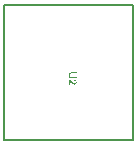
<source format=gbr>
G04*
G04 #@! TF.GenerationSoftware,Altium Limited,Altium Designer,25.8.1 (18)*
G04*
G04 Layer_Color=16711935*
%FSLAX25Y25*%
%MOIN*%
G70*
G04*
G04 #@! TF.SameCoordinates,505960B2-D5C5-487F-9968-D24D6DC54575*
G04*
G04*
G04 #@! TF.FilePolarity,Positive*
G04*
G01*
G75*
%ADD14C,0.00787*%
G36*
X30640Y99459D02*
X29184D01*
X29181D01*
X29169D01*
X29152D01*
X29130D01*
X29103Y99457D01*
X29073D01*
X29039Y99454D01*
X29002Y99452D01*
X28921Y99444D01*
X28842Y99435D01*
X28802Y99427D01*
X28766Y99420D01*
X28731Y99410D01*
X28699Y99400D01*
X28697D01*
X28692Y99398D01*
X28684Y99393D01*
X28675Y99388D01*
X28645Y99373D01*
X28611Y99351D01*
X28574Y99321D01*
X28534Y99287D01*
X28495Y99243D01*
X28461Y99191D01*
Y99189D01*
X28458Y99184D01*
X28453Y99176D01*
X28448Y99164D01*
X28441Y99149D01*
X28433Y99132D01*
X28426Y99112D01*
X28419Y99090D01*
X28411Y99063D01*
X28404Y99036D01*
X28389Y98975D01*
X28379Y98903D01*
X28377Y98827D01*
Y98792D01*
X28379Y98768D01*
X28382Y98736D01*
X28387Y98702D01*
X28392Y98665D01*
X28397Y98623D01*
X28416Y98537D01*
X28431Y98495D01*
X28446Y98451D01*
X28466Y98409D01*
X28488Y98369D01*
X28512Y98335D01*
X28542Y98303D01*
X28544Y98300D01*
X28549Y98296D01*
X28561Y98288D01*
X28576Y98278D01*
X28596Y98266D01*
X28620Y98254D01*
X28650Y98239D01*
X28684Y98224D01*
X28726Y98210D01*
X28773Y98195D01*
X28825Y98182D01*
X28884Y98170D01*
X28948Y98160D01*
X29019Y98153D01*
X29098Y98148D01*
X29184Y98146D01*
X30640D01*
Y97811D01*
X29184D01*
X29179D01*
X29167D01*
X29147D01*
X29120Y97813D01*
X29088D01*
X29051Y97816D01*
X29009Y97818D01*
X28965Y97821D01*
X28918Y97826D01*
X28869Y97833D01*
X28768Y97848D01*
X28670Y97868D01*
X28623Y97882D01*
X28579Y97897D01*
X28576D01*
X28569Y97902D01*
X28556Y97907D01*
X28542Y97914D01*
X28522Y97924D01*
X28500Y97936D01*
X28475Y97951D01*
X28448Y97968D01*
X28421Y97988D01*
X28392Y98010D01*
X28362Y98037D01*
X28330Y98064D01*
X28301Y98096D01*
X28271Y98131D01*
X28242Y98168D01*
X28215Y98210D01*
X28212Y98212D01*
X28210Y98219D01*
X28202Y98232D01*
X28192Y98249D01*
X28183Y98273D01*
X28170Y98300D01*
X28158Y98330D01*
X28146Y98367D01*
X28133Y98406D01*
X28121Y98451D01*
X28109Y98500D01*
X28099Y98551D01*
X28089Y98608D01*
X28082Y98667D01*
X28079Y98731D01*
X28077Y98797D01*
Y98832D01*
X28079Y98857D01*
X28082Y98886D01*
X28084Y98920D01*
X28087Y98960D01*
X28092Y99002D01*
X28099Y99048D01*
X28106Y99095D01*
X28128Y99191D01*
X28141Y99240D01*
X28158Y99287D01*
X28175Y99334D01*
X28197Y99378D01*
X28200Y99380D01*
X28202Y99388D01*
X28210Y99400D01*
X28220Y99415D01*
X28232Y99432D01*
X28249Y99454D01*
X28266Y99476D01*
X28288Y99501D01*
X28310Y99528D01*
X28338Y99555D01*
X28367Y99582D01*
X28399Y99607D01*
X28433Y99631D01*
X28470Y99656D01*
X28510Y99678D01*
X28552Y99698D01*
X28554D01*
X28561Y99703D01*
X28576Y99708D01*
X28593Y99713D01*
X28618Y99720D01*
X28645Y99727D01*
X28679Y99737D01*
X28716Y99744D01*
X28761Y99754D01*
X28807Y99764D01*
X28859Y99772D01*
X28916Y99779D01*
X28977Y99784D01*
X29041Y99789D01*
X29110Y99794D01*
X29184D01*
X30640D01*
Y99459D01*
D02*
G37*
G36*
X28188Y97420D02*
X28220Y97415D01*
X28256Y97410D01*
X28293Y97400D01*
X28333Y97388D01*
X28335D01*
X28340Y97385D01*
X28350Y97381D01*
X28362Y97376D01*
X28377Y97368D01*
X28394Y97361D01*
X28438Y97339D01*
X28490Y97309D01*
X28547Y97275D01*
X28606Y97233D01*
X28667Y97184D01*
X28670Y97181D01*
X28675Y97176D01*
X28684Y97169D01*
X28697Y97157D01*
X28712Y97142D01*
X28731Y97125D01*
X28753Y97105D01*
X28778Y97080D01*
X28802Y97053D01*
X28832Y97024D01*
X28864Y96989D01*
X28898Y96955D01*
X28933Y96916D01*
X28970Y96874D01*
X29009Y96827D01*
X29048Y96780D01*
X29053Y96775D01*
X29063Y96763D01*
X29081Y96741D01*
X29105Y96714D01*
X29132Y96679D01*
X29167Y96643D01*
X29204Y96601D01*
X29243Y96556D01*
X29329Y96463D01*
X29417Y96372D01*
X29462Y96330D01*
X29506Y96291D01*
X29545Y96254D01*
X29585Y96224D01*
X29587Y96222D01*
X29595Y96217D01*
X29605Y96210D01*
X29619Y96202D01*
X29636Y96190D01*
X29656Y96178D01*
X29681Y96165D01*
X29705Y96150D01*
X29762Y96123D01*
X29823Y96099D01*
X29858Y96091D01*
X29890Y96084D01*
X29924Y96079D01*
X29956Y96077D01*
X29959D01*
X29964D01*
X29974D01*
X29988Y96079D01*
X30003Y96082D01*
X30020Y96084D01*
X30064Y96094D01*
X30114Y96109D01*
X30165Y96133D01*
X30190Y96148D01*
X30217Y96165D01*
X30242Y96185D01*
X30266Y96210D01*
X30269Y96212D01*
X30271Y96214D01*
X30279Y96224D01*
X30286Y96234D01*
X30296Y96246D01*
X30306Y96264D01*
X30318Y96281D01*
X30330Y96303D01*
X30343Y96325D01*
X30355Y96352D01*
X30374Y96411D01*
X30389Y96478D01*
X30392Y96514D01*
X30394Y96554D01*
Y96576D01*
X30392Y96591D01*
X30389Y96610D01*
X30387Y96633D01*
X30382Y96657D01*
X30377Y96682D01*
X30362Y96741D01*
X30338Y96800D01*
X30323Y96829D01*
X30303Y96859D01*
X30283Y96886D01*
X30259Y96913D01*
X30256Y96916D01*
X30254Y96918D01*
X30244Y96925D01*
X30234Y96933D01*
X30222Y96943D01*
X30205Y96955D01*
X30185Y96967D01*
X30163Y96979D01*
X30138Y96992D01*
X30111Y97004D01*
X30079Y97014D01*
X30047Y97026D01*
X30013Y97034D01*
X29974Y97041D01*
X29934Y97043D01*
X29890Y97046D01*
X29922Y97363D01*
X29927D01*
X29937Y97361D01*
X29956Y97358D01*
X29981Y97356D01*
X30010Y97348D01*
X30045Y97341D01*
X30082Y97331D01*
X30123Y97321D01*
X30165Y97307D01*
X30210Y97289D01*
X30254Y97270D01*
X30301Y97248D01*
X30345Y97221D01*
X30387Y97191D01*
X30426Y97157D01*
X30463Y97120D01*
X30465Y97117D01*
X30470Y97110D01*
X30480Y97098D01*
X30492Y97080D01*
X30507Y97058D01*
X30522Y97034D01*
X30539Y97002D01*
X30556Y96967D01*
X30574Y96928D01*
X30591Y96886D01*
X30606Y96839D01*
X30620Y96788D01*
X30633Y96733D01*
X30643Y96675D01*
X30648Y96613D01*
X30650Y96547D01*
Y96529D01*
X30648Y96512D01*
Y96485D01*
X30645Y96456D01*
X30640Y96421D01*
X30633Y96382D01*
X30625Y96337D01*
X30613Y96293D01*
X30601Y96246D01*
X30584Y96197D01*
X30564Y96150D01*
X30542Y96101D01*
X30515Y96057D01*
X30483Y96013D01*
X30448Y95971D01*
X30446Y95968D01*
X30438Y95961D01*
X30429Y95951D01*
X30411Y95939D01*
X30392Y95922D01*
X30369Y95904D01*
X30343Y95885D01*
X30310Y95865D01*
X30276Y95845D01*
X30237Y95826D01*
X30197Y95809D01*
X30153Y95791D01*
X30106Y95779D01*
X30055Y95769D01*
X30003Y95762D01*
X29949Y95759D01*
X29946D01*
X29941D01*
X29934D01*
X29924D01*
X29910Y95762D01*
X29895D01*
X29855Y95767D01*
X29811Y95774D01*
X29759Y95786D01*
X29705Y95801D01*
X29651Y95823D01*
X29649D01*
X29644Y95826D01*
X29636Y95831D01*
X29627Y95836D01*
X29612Y95843D01*
X29597Y95850D01*
X29558Y95872D01*
X29513Y95899D01*
X29459Y95937D01*
X29403Y95978D01*
X29344Y96030D01*
X29341Y96032D01*
X29336Y96037D01*
X29327Y96045D01*
X29314Y96057D01*
X29297Y96074D01*
X29277Y96091D01*
X29255Y96116D01*
X29228Y96143D01*
X29199Y96173D01*
X29164Y96210D01*
X29127Y96246D01*
X29088Y96291D01*
X29046Y96337D01*
X28999Y96389D01*
X28953Y96446D01*
X28901Y96505D01*
X28898Y96507D01*
X28891Y96517D01*
X28879Y96532D01*
X28864Y96549D01*
X28844Y96571D01*
X28822Y96596D01*
X28773Y96655D01*
X28721Y96714D01*
X28670Y96773D01*
X28645Y96800D01*
X28620Y96825D01*
X28601Y96847D01*
X28584Y96864D01*
X28581Y96866D01*
X28569Y96876D01*
X28552Y96891D01*
X28532Y96911D01*
X28505Y96930D01*
X28478Y96952D01*
X28448Y96975D01*
X28416Y96994D01*
Y95757D01*
X28119D01*
Y97422D01*
X28121D01*
X28124D01*
X28138D01*
X28158D01*
X28188Y97420D01*
D02*
G37*
D14*
X49534Y77156D02*
Y122432D01*
X6620Y77156D02*
X49534D01*
X6620D02*
Y122432D01*
X49534D01*
M02*

</source>
